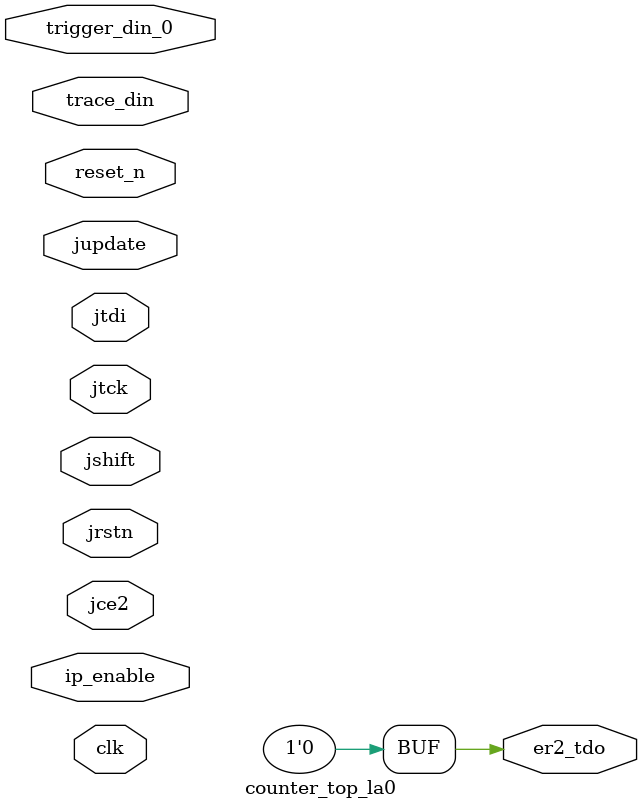
<source format=v>

/* WARNING - Changes to this file should be performed by re-running IPexpress
or modifying the .LPC file and regenerating the core.  Other changes may lead
to inconsistent simulation and/or implemenation results */

module counter_top_la0 (
    clk,
    reset_n,
    jtck,
    jrstn,
    jce2,
    jtdi,
    er2_tdo,
    jshift,
    jupdate,
    trigger_din_0,
    trace_din,
    ip_enable
);

// PARAMETERS DEFINED BY USER
localparam NUM_TRACE_SIGNALS   = 0;
localparam NUM_TRIGGER_SIGNALS = 6;
localparam INCLUDE_TRIG_DATA   = 1;
localparam NUM_TU_BITS_0       = 6;

input  clk;
input  reset_n;
input  jtck;
input  jrstn;
input  jce2;
input  jtdi;
output er2_tdo;
input  jshift;
input  jupdate;
input  [NUM_TU_BITS_0 -1:0] trigger_din_0;
input  [NUM_TRACE_SIGNALS + (NUM_TRIGGER_SIGNALS * INCLUDE_TRIG_DATA) -1:0] trace_din;
input  ip_enable;

assign er2_tdo = 1'b0;

endmodule

</source>
